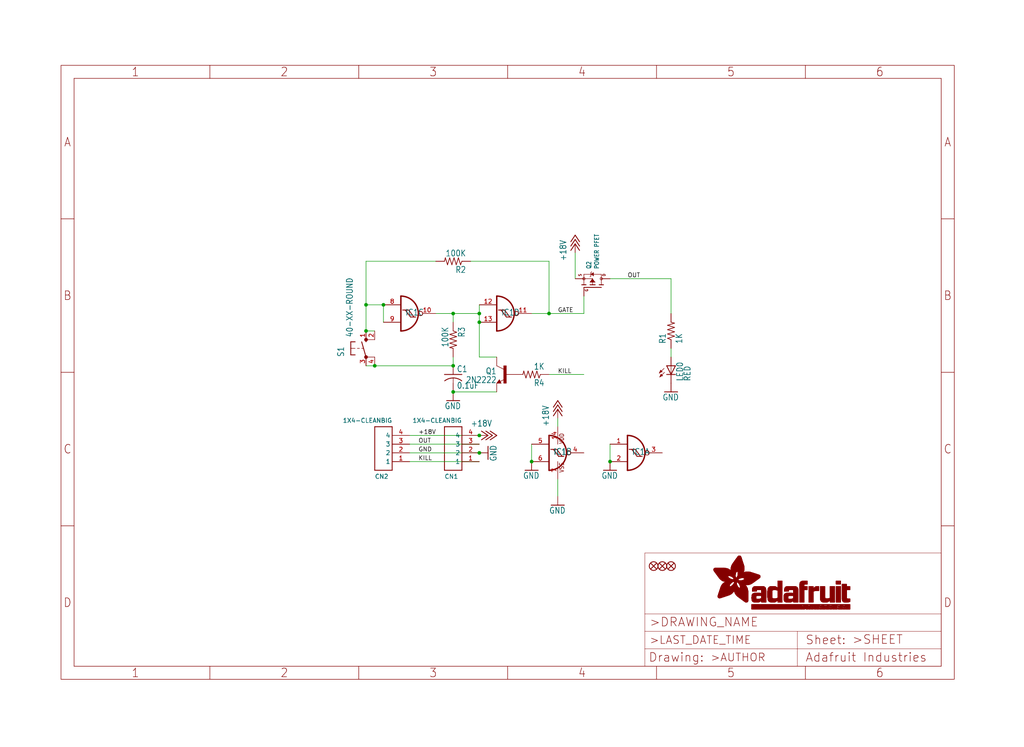
<source format=kicad_sch>
(kicad_sch (version 20211123) (generator eeschema)
  (paper "User" 298.45 217.881)
  (lib_symbols
    (symbol "schematicEagle-eagle-import:+18V" (power)
      (property "Value" "+18V" (at -2.54 -5.08 90))
      (symbol "+18V_1_0"
        (pin power_in line (at 0 -2.54 90) (length 2.54) (name "+18V") (number "1"))
      )
    )
    (symbol "schematicEagle-eagle-import:-NPN-SOT23-BEC"
      (property "Reference" "T" (at -10.16 7.62 0))
      (property "Value" "-NPN-SOT23-BEC" (at -10.16 5.08 0))
      (symbol "-NPN-SOT23-BEC_1_0"
        (pin passive line (at -2.54 0 0) (length 2.54) (name "B") (number "B"))
        (pin passive line (at 2.54 5.08 270) (length 2.54) (name "C") (number "C"))
        (pin passive line (at 2.54 -5.08 90) (length 2.54) (name "E") (number "E"))
      )
    )
    (symbol "schematicEagle-eagle-import:1X4-CLEANBIG"
      (property "Reference" "CN" (at 5.08 7.62 0))
      (property "Value" "1X4-CLEANBIG" (at 0 -10.16 0))
      (symbol "1X4-CLEANBIG_1_0"
        (pin bidirectional line (at -5.08 2.54 0) (length 5.08) (name "1") (number "1"))
        (pin bidirectional line (at -5.08 0 0) (length 5.08) (name "2") (number "2"))
        (pin bidirectional line (at -5.08 -2.54 0) (length 5.08) (name "3") (number "3"))
        (pin bidirectional line (at -5.08 -5.08 0) (length 5.08) (name "4") (number "4"))
      )
    )
    (symbol "schematicEagle-eagle-import:40-XX-ROUND"
      (property "Reference" "S" (at -6.35 -2.54 90))
      (property "Value" "40-XX-ROUND" (at -3.81 3.175 90))
      (symbol "40-XX-ROUND_1_0"
        (pin passive line (at 0 5.08 270) (length 2.54) (name "S") (number "1"))
        (pin passive line (at 2.54 5.08 270) (length 2.54) (name "S1") (number "2"))
        (pin passive line (at 0 -5.08 90) (length 2.54) (name "P") (number "3"))
        (pin passive line (at 2.54 -5.08 90) (length 2.54) (name "P1") (number "4"))
      )
    )
    (symbol "schematicEagle-eagle-import:4093DT"
      (property "Reference" "IC" (at -1.27 -0.635 0))
      (symbol "4093DT_1_0"
        (pin input line (at -7.62 2.54 0) (length 5.08) (name "I0") (number "1"))
        (pin input line (at -7.62 -2.54 0) (length 5.08) (name "I1") (number "2"))
        (pin output inverted (at 7.62 0 180) (length 5.08) (name "O") (number "3"))
      )
      (symbol "4093DT_2_0"
        (pin output inverted (at 7.62 0 180) (length 5.08) (name "O") (number "4"))
        (pin input line (at -7.62 2.54 0) (length 5.08) (name "I0") (number "5"))
        (pin input line (at -7.62 -2.54 0) (length 5.08) (name "I1") (number "6"))
      )
      (symbol "4093DT_3_0"
        (pin output inverted (at 7.62 0 180) (length 5.08) (name "O") (number "10"))
        (pin input line (at -7.62 2.54 0) (length 5.08) (name "I0") (number "8"))
        (pin input line (at -7.62 -2.54 0) (length 5.08) (name "I1") (number "9"))
      )
      (symbol "4093DT_4_0"
        (pin output inverted (at 7.62 0 180) (length 5.08) (name "O") (number "11"))
        (pin input line (at -7.62 2.54 0) (length 5.08) (name "I0") (number "12"))
        (pin input line (at -7.62 -2.54 0) (length 5.08) (name "I1") (number "13"))
      )
      (symbol "4093DT_5_0"
        (text "VDD" (at 1.905 2.54 900) (effects (font (size 1.27 1.0795)) (justify left bottom)))
        (text "VSS" (at 1.905 -5.842 900) (effects (font (size 1.27 1.0795)) (justify left bottom)))
        (pin power_in line (at 0 7.62 270) (length 5.08) (name "VDD") (number "14"))
        (pin power_in line (at 0 -7.62 90) (length 5.08) (name "VSS") (number "7"))
      )
    )
    (symbol "schematicEagle-eagle-import:C-USC0805"
      (property "Reference" "C" (at 1.016 0.635 0))
      (property "Value" "C-USC0805" (at 1.016 -4.191 0))
      (symbol "C-USC0805_1_0"
        (pin passive line (at 0 2.54 270) (length 2.54) (name "1") (number "1"))
        (pin passive line (at 0 -5.08 90) (length 2.54) (name "2") (number "2"))
      )
    )
    (symbol "schematicEagle-eagle-import:FIDUCIAL{dblquote}{dblquote}")
    (symbol "schematicEagle-eagle-import:FRAME_A4_ADAFRUIT"
      (symbol "FRAME_A4_ADAFRUIT_0_0"
        (text "1" (at 21.6958 1.905 0) (effects (font (size 2.54 2.286))))
        (text "1" (at 21.6958 177.165 0) (effects (font (size 2.54 2.286))))
        (text "2" (at 65.0875 1.905 0) (effects (font (size 2.54 2.286))))
        (text "2" (at 65.0875 177.165 0) (effects (font (size 2.54 2.286))))
        (text "3" (at 108.4792 1.905 0) (effects (font (size 2.54 2.286))))
        (text "3" (at 108.4792 177.165 0) (effects (font (size 2.54 2.286))))
        (text "4" (at 151.8708 1.905 0) (effects (font (size 2.54 2.286))))
        (text "4" (at 151.8708 177.165 0) (effects (font (size 2.54 2.286))))
        (text "5" (at 195.2625 1.905 0) (effects (font (size 2.54 2.286))))
        (text "5" (at 195.2625 177.165 0) (effects (font (size 2.54 2.286))))
        (text "6" (at 238.6542 1.905 0) (effects (font (size 2.54 2.286))))
        (text "6" (at 238.6542 177.165 0) (effects (font (size 2.54 2.286))))
        (text "A" (at 1.905 156.6863 0) (effects (font (size 2.54 2.286))))
        (text "A" (at 258.445 156.6863 0) (effects (font (size 2.54 2.286))))
        (text "B" (at 1.905 111.9188 0) (effects (font (size 2.54 2.286))))
        (text "B" (at 258.445 111.9188 0) (effects (font (size 2.54 2.286))))
        (text "C" (at 1.905 67.1513 0) (effects (font (size 2.54 2.286))))
        (text "C" (at 258.445 67.1513 0) (effects (font (size 2.54 2.286))))
        (text "D" (at 1.905 22.3838 0) (effects (font (size 2.54 2.286))))
        (text "D" (at 258.445 22.3838 0) (effects (font (size 2.54 2.286))))
      )
      (symbol "FRAME_A4_ADAFRUIT_1_0"
        (text ">AUTHOR" (at 189.23 5.08 0) (effects (font (size 2.286 2.286)) (justify left bottom)))
        (text ">DRAWING_NAME" (at 171.45 15.24 0) (effects (font (size 2.54 2.54)) (justify left bottom)))
        (text ">LAST_DATE_TIME" (at 171.45 10.16 0) (effects (font (size 2.286 2.286)) (justify left bottom)))
        (text ">SHEET" (at 230.505 10.16 0) (effects (font (size 2.54 2.54)) (justify left bottom)))
        (text "Adafruit Industries" (at 216.916 4.953 0) (effects (font (size 2.54 2.54)) (justify left bottom)))
        (text "Drawing:" (at 171.196 4.953 0) (effects (font (size 2.54 2.54)) (justify left bottom)))
        (text "Sheet:" (at 216.916 10.033 0) (effects (font (size 2.54 2.54)) (justify left bottom)))
      )
    )
    (symbol "schematicEagle-eagle-import:GND" (power)
      (property "Value" "GND" (at -2.54 -2.54 0))
      (symbol "GND_1_0"
        (pin power_in line (at 0 2.54 270) (length 2.54) (name "GND") (number "1"))
      )
    )
    (symbol "schematicEagle-eagle-import:LEDCHIP-LED0805"
      (property "Reference" "LED" (at 3.556 -4.572 90))
      (property "Value" "LEDCHIP-LED0805" (at 5.715 -4.572 90))
      (symbol "LEDCHIP-LED0805_1_0"
        (pin passive line (at 0 2.54 270) (length 2.54) (name "A") (number "A"))
        (pin passive line (at 0 -5.08 90) (length 2.54) (name "C") (number "C"))
      )
    )
    (symbol "schematicEagle-eagle-import:MOSFET-PWIDE"
      (property "Reference" "Q" (at 2.794 0.381 0))
      (property "Value" "MOSFET-PWIDE" (at 2.794 -1.905 0))
      (symbol "MOSFET-PWIDE_1_0"
        (text "D" (at 0.635 -3.81 0) (effects (font (size 0.8128 0.6908)) (justify left bottom)))
        (text "G" (at -3.81 1.27 0) (effects (font (size 0.8128 0.6908)) (justify left bottom)))
        (text "S" (at 0.635 3.175 0) (effects (font (size 0.8128 0.6908)) (justify left bottom)))
        (pin passive line (at -5.08 2.54 0) (length 2.54) (name "G") (number "1"))
        (pin passive line (at 0 5.08 270) (length 2.54) (name "S") (number "2"))
        (pin passive line (at 0 -5.08 90) (length 2.54) (name "D") (number "3"))
      )
    )
    (symbol "schematicEagle-eagle-import:R-US_R0805"
      (property "Reference" "R" (at -3.81 1.4986 0))
      (property "Value" "R-US_R0805" (at -3.81 -3.302 0))
      (symbol "R-US_R0805_1_0"
        (pin passive line (at -5.08 0 0) (length 2.54) (name "1") (number "1"))
        (pin passive line (at 5.08 0 180) (length 2.54) (name "2") (number "2"))
      )
    )
  )
  (junction (at 111.76 88.9))
  (junction (at 139.7 91.44))
  (junction (at 160.02 91.44))
  (junction (at 132.08 114.3))
  (junction (at 109.22 106.68))
  (junction (at 177.8 134.62))
  (junction (at 139.7 132.08))
  (junction (at 132.08 91.44))
  (junction (at 132.08 106.68))
  (junction (at 106.68 96.52))
  (junction (at 154.94 134.62))
  (junction (at 139.7 127))
  (junction (at 106.68 88.9))
  (junction (at 139.7 93.98))
  (wire (pts (xy 119.38 134.62) (xy 139.7 134.62)))
  (wire (pts (xy 170.18 91.44) (xy 170.18 86.36)))
  (wire (pts (xy 160.02 91.44) (xy 170.18 91.44)))
  (wire (pts (xy 154.94 134.62) (xy 154.94 129.54)))
  (wire (pts (xy 132.08 91.44) (xy 132.08 93.98)))
  (wire (pts (xy 139.7 91.44) (xy 139.7 88.9)))
  (wire (pts (xy 195.58 81.28) (xy 195.58 91.44)))
  (wire (pts (xy 119.38 129.54) (xy 139.7 129.54)))
  (wire (pts (xy 162.56 139.7) (xy 162.56 144.78)))
  (wire (pts (xy 106.68 76.2) (xy 127 76.2)))
  (wire (pts (xy 162.56 124.46) (xy 162.56 121.92)))
  (wire (pts (xy 111.76 88.9) (xy 106.68 88.9)))
  (wire (pts (xy 154.94 91.44) (xy 160.02 91.44)))
  (wire (pts (xy 119.38 127) (xy 139.7 127)))
  (wire (pts (xy 177.8 81.28) (xy 195.58 81.28)))
  (wire (pts (xy 111.76 88.9) (xy 111.76 93.98)))
  (wire (pts (xy 106.68 106.68) (xy 109.22 106.68)))
  (wire (pts (xy 132.08 91.44) (xy 139.7 91.44)))
  (wire (pts (xy 106.68 96.52) (xy 109.22 96.52)))
  (wire (pts (xy 127 91.44) (xy 132.08 91.44)))
  (wire (pts (xy 109.22 106.68) (xy 132.08 106.68)))
  (wire (pts (xy 139.7 104.14) (xy 139.7 93.98)))
  (wire (pts (xy 119.38 132.08) (xy 139.7 132.08)))
  (wire (pts (xy 195.58 104.14) (xy 195.58 101.6)))
  (wire (pts (xy 137.16 76.2) (xy 160.02 76.2)))
  (wire (pts (xy 132.08 114.3) (xy 144.78 114.3)))
  (wire (pts (xy 160.02 76.2) (xy 160.02 91.44)))
  (wire (pts (xy 106.68 88.9) (xy 106.68 76.2)))
  (wire (pts (xy 160.02 109.22) (xy 170.18 109.22)))
  (wire (pts (xy 177.8 129.54) (xy 177.8 134.62)))
  (wire (pts (xy 139.7 93.98) (xy 139.7 91.44)))
  (wire (pts (xy 132.08 106.68) (xy 132.08 104.14)))
  (wire (pts (xy 106.68 96.52) (xy 106.68 88.9)))
  (wire (pts (xy 167.64 73.66) (xy 167.64 81.28)))
  (wire (pts (xy 144.78 104.14) (xy 139.7 104.14)))
  (label "KILL" (at 121.92 134.62 0) (effects (font (size 1.2446 1.2446))))
  (label "OUT" (at 121.92 129.54 0) (effects (font (size 1.2446 1.2446))))
  (label "GATE" (at 162.56 91.44 0) (effects (font (size 1.2446 1.2446))))
  (label "OUT" (at 182.88 81.28 0) (effects (font (size 1.2446 1.2446))))
  (label "KILL" (at 162.56 109.22 0) (effects (font (size 1.2446 1.2446))))
  (label "GND" (at 121.92 132.08 0) (effects (font (size 1.2446 1.2446))))
  (label "+18V" (at 121.92 127 0) (effects (font (size 1.2446 1.2446))))
  (symbol (lib_id "schematicEagle-eagle-import:4093DT") (at 162.56 132.08 0) (unit 5)
    (property "Reference" "IC1" (at 161.29 132.715 0) (effects (font (size 1.778 1.5113)) (justify left bottom)))
    (property "Value" "4093DT" (effects hide))
    (property "Footprint" "schematicEagle:MC14093B-TSSOP14" (effects hide))
  )
  (symbol (lib_id "schematicEagle-eagle-import:GND") (at 177.8 137.16 0) (unit 1)
    (property "Reference" "#GND6" (effects hide))
    (property "Value" "GND" (at 175.26 139.7 0) (effects (font (size 1.778 1.5113)) (justify left bottom)))
    (property "Footprint" "schematicEagle:" (effects hide))
  )
  (symbol (lib_id "schematicEagle-eagle-import:-NPN-SOT23-BEC") (at 147.32 109.22 0) (mirror y) (unit 1)
    (property "Reference" "Q1" (at 144.78 109.22 0) (effects (font (size 1.778 1.5113)) (justify left bottom)))
    (property "Value" "2N2222" (at 144.78 111.76 0) (effects (font (size 1.778 1.5113)) (justify left bottom)))
    (property "Footprint" "schematicEagle:SOT23-BEC" (effects hide))
  )
  (symbol (lib_id "schematicEagle-eagle-import:FRAME_A4_ADAFRUIT") (at 17.78 198.12 0) (unit 1)
    (property "Reference" "#U$3" (effects hide))
    (property "Value" "FRAME_A4_ADAFRUIT" (effects hide))
    (property "Footprint" "schematicEagle:" (effects hide))
  )
  (symbol (lib_id "schematicEagle-eagle-import:C-USC0805") (at 132.08 109.22 0) (unit 1)
    (property "Reference" "C1" (at 133.096 108.585 0) (effects (font (size 1.778 1.5113)) (justify left bottom)))
    (property "Value" "0.1uF" (at 133.096 113.411 0) (effects (font (size 1.778 1.5113)) (justify left bottom)))
    (property "Footprint" "schematicEagle:C0805" (effects hide))
  )
  (symbol (lib_id "schematicEagle-eagle-import:40-XX-ROUND") (at 106.68 101.6 0) (unit 1)
    (property "Reference" "S1" (at 100.33 104.14 90) (effects (font (size 1.778 1.5113)) (justify left bottom)))
    (property "Value" "40-XX-ROUND" (at 102.87 98.425 90) (effects (font (size 1.778 1.5113)) (justify left bottom)))
    (property "Footprint" "schematicEagle:B3F-40XX-ROUND" (effects hide))
  )
  (symbol (lib_id "schematicEagle-eagle-import:GND") (at 132.08 116.84 0) (unit 1)
    (property "Reference" "#GND2" (effects hide))
    (property "Value" "GND" (at 129.54 119.38 0) (effects (font (size 1.778 1.5113)) (justify left bottom)))
    (property "Footprint" "schematicEagle:" (effects hide))
  )
  (symbol (lib_id "schematicEagle-eagle-import:4093DT") (at 162.56 132.08 0) (unit 2)
    (property "Reference" "IC1" (at 161.29 132.715 0) (effects (font (size 1.778 1.5113)) (justify left bottom)))
    (property "Value" "4093DT" (effects hide))
    (property "Footprint" "schematicEagle:MC14093B-TSSOP14" (effects hide))
  )
  (symbol (lib_id "schematicEagle-eagle-import:R-US_R0805") (at 132.08 99.06 270) (unit 1)
    (property "Reference" "R3" (at 133.5786 95.25 0) (effects (font (size 1.778 1.5113)) (justify left bottom)))
    (property "Value" "100K" (at 128.778 95.25 0) (effects (font (size 1.778 1.5113)) (justify left bottom)))
    (property "Footprint" "schematicEagle:R0805" (effects hide))
  )
  (symbol (lib_id "schematicEagle-eagle-import:R-US_R0805") (at 195.58 96.52 90) (unit 1)
    (property "Reference" "R1" (at 194.0814 100.33 0) (effects (font (size 1.778 1.5113)) (justify left bottom)))
    (property "Value" "1K" (at 198.882 100.33 0) (effects (font (size 1.778 1.5113)) (justify left bottom)))
    (property "Footprint" "schematicEagle:R0805" (effects hide))
  )
  (symbol (lib_id "schematicEagle-eagle-import:GND") (at 142.24 132.08 90) (unit 1)
    (property "Reference" "#GND5" (effects hide))
    (property "Value" "GND" (at 144.78 134.62 0) (effects (font (size 1.778 1.5113)) (justify left bottom)))
    (property "Footprint" "schematicEagle:" (effects hide))
  )
  (symbol (lib_id "schematicEagle-eagle-import:R-US_R0805") (at 154.94 109.22 180) (unit 1)
    (property "Reference" "R4" (at 158.75 110.7186 0) (effects (font (size 1.778 1.5113)) (justify left bottom)))
    (property "Value" "1K" (at 158.75 105.918 0) (effects (font (size 1.778 1.5113)) (justify left bottom)))
    (property "Footprint" "schematicEagle:R0805" (effects hide))
  )
  (symbol (lib_id "schematicEagle-eagle-import:R-US_R0805") (at 132.08 76.2 180) (unit 1)
    (property "Reference" "R2" (at 135.89 77.6986 0) (effects (font (size 1.778 1.5113)) (justify left bottom)))
    (property "Value" "100K" (at 135.89 72.898 0) (effects (font (size 1.778 1.5113)) (justify left bottom)))
    (property "Footprint" "schematicEagle:R0805" (effects hide))
  )
  (symbol (lib_id "schematicEagle-eagle-import:GND") (at 195.58 114.3 0) (unit 1)
    (property "Reference" "#GND3" (effects hide))
    (property "Value" "GND" (at 193.04 116.84 0) (effects (font (size 1.778 1.5113)) (justify left bottom)))
    (property "Footprint" "schematicEagle:" (effects hide))
  )
  (symbol (lib_id "schematicEagle-eagle-import:+18V") (at 167.64 71.12 0) (unit 1)
    (property "Reference" "#P+2" (effects hide))
    (property "Value" "+18V" (at 165.1 76.2 90) (effects (font (size 1.778 1.5113)) (justify left bottom)))
    (property "Footprint" "schematicEagle:" (effects hide))
  )
  (symbol (lib_id "schematicEagle-eagle-import:FIDUCIAL{dblquote}{dblquote}") (at 195.58 165.1 0) (unit 1)
    (property "Reference" "FID3" (effects hide))
    (property "Value" "FIDUCIAL{dblquote}{dblquote}" (effects hide))
    (property "Footprint" "schematicEagle:FIDUCIAL_1MM" (effects hide))
  )
  (symbol (lib_id "schematicEagle-eagle-import:FIDUCIAL{dblquote}{dblquote}") (at 193.04 165.1 0) (unit 1)
    (property "Reference" "FID2" (effects hide))
    (property "Value" "FIDUCIAL{dblquote}{dblquote}" (effects hide))
    (property "Footprint" "schematicEagle:FIDUCIAL_1MM" (effects hide))
  )
  (symbol (lib_id "schematicEagle-eagle-import:GND") (at 162.56 147.32 0) (unit 1)
    (property "Reference" "#GND1" (effects hide))
    (property "Value" "GND" (at 160.02 149.86 0) (effects (font (size 1.778 1.5113)) (justify left bottom)))
    (property "Footprint" "schematicEagle:" (effects hide))
  )
  (symbol (lib_id "schematicEagle-eagle-import:4093DT") (at 119.38 91.44 0) (unit 3)
    (property "Reference" "IC1" (at 118.11 92.075 0) (effects (font (size 1.778 1.5113)) (justify left bottom)))
    (property "Value" "4093DT" (effects hide))
    (property "Footprint" "schematicEagle:MC14093B-TSSOP14" (effects hide))
  )
  (symbol (lib_id "schematicEagle-eagle-import:1X4-CLEANBIG") (at 114.3 132.08 180) (unit 1)
    (property "Reference" "CN2" (at 109.22 139.7 0) (effects (justify right top)))
    (property "Value" "1X4-CLEANBIG" (at 114.3 121.92 0) (effects (justify left bottom)))
    (property "Footprint" "schematicEagle:1X04-CLEANBIG" (effects hide))
  )
  (symbol (lib_id "schematicEagle-eagle-import:MOSFET-PWIDE") (at 172.72 81.28 90) (unit 1)
    (property "Reference" "Q2" (at 172.339 78.486 0) (effects (font (size 1.27 1.0795)) (justify left bottom)))
    (property "Value" "POWER PFET" (at 174.625 78.486 0) (effects (font (size 1.27 1.0795)) (justify left bottom)))
    (property "Footprint" "schematicEagle:SOT23-WIDE" (effects hide))
  )
  (symbol (lib_id "schematicEagle-eagle-import:4093DT") (at 185.42 132.08 0) (unit 1)
    (property "Reference" "IC1" (at 184.15 132.715 0) (effects (font (size 1.778 1.5113)) (justify left bottom)))
    (property "Value" "4093DT" (effects hide))
    (property "Footprint" "schematicEagle:MC14093B-TSSOP14" (effects hide))
  )
  (symbol (lib_id "schematicEagle-eagle-import:+18V") (at 162.56 119.38 0) (unit 1)
    (property "Reference" "#P+1" (effects hide))
    (property "Value" "+18V" (at 160.02 124.46 90) (effects (font (size 1.778 1.5113)) (justify left bottom)))
    (property "Footprint" "schematicEagle:" (effects hide))
  )
  (symbol (lib_id "schematicEagle-eagle-import:LEDCHIP-LED0805") (at 195.58 106.68 0) (unit 1)
    (property "Reference" "LED0" (at 199.136 111.252 90) (effects (font (size 1.778 1.5113)) (justify left bottom)))
    (property "Value" "RED" (at 201.295 111.252 90) (effects (font (size 1.778 1.5113)) (justify left bottom)))
    (property "Footprint" "schematicEagle:CHIP-LED0805" (effects hide))
  )
  (symbol (lib_id "schematicEagle-eagle-import:+18V") (at 142.24 127 270) (unit 1)
    (property "Reference" "#P+3" (effects hide))
    (property "Value" "+18V" (at 137.16 124.46 90) (effects (font (size 1.778 1.5113)) (justify left bottom)))
    (property "Footprint" "schematicEagle:" (effects hide))
  )
  (symbol (lib_id "schematicEagle-eagle-import:FIDUCIAL{dblquote}{dblquote}") (at 190.5 165.1 0) (unit 1)
    (property "Reference" "FID1" (effects hide))
    (property "Value" "FIDUCIAL{dblquote}{dblquote}" (effects hide))
    (property "Footprint" "schematicEagle:FIDUCIAL_1MM" (effects hide))
  )
  (symbol (lib_id "schematicEagle-eagle-import:4093DT") (at 147.32 91.44 0) (unit 4)
    (property "Reference" "IC1" (at 146.05 92.075 0) (effects (font (size 1.778 1.5113)) (justify left bottom)))
    (property "Value" "4093DT" (effects hide))
    (property "Footprint" "schematicEagle:MC14093B-TSSOP14" (effects hide))
  )
  (symbol (lib_id "schematicEagle-eagle-import:GND") (at 154.94 137.16 0) (unit 1)
    (property "Reference" "#GND4" (effects hide))
    (property "Value" "GND" (at 152.4 139.7 0) (effects (font (size 1.778 1.5113)) (justify left bottom)))
    (property "Footprint" "schematicEagle:" (effects hide))
  )
  (symbol (lib_id "schematicEagle-eagle-import:1X4-CLEANBIG") (at 134.62 132.08 180) (unit 1)
    (property "Reference" "CN1" (at 129.54 139.7 0) (effects (justify right top)))
    (property "Value" "1X4-CLEANBIG" (at 134.62 121.92 0) (effects (justify left bottom)))
    (property "Footprint" "schematicEagle:1X04-CLEANBIG" (effects hide))
  )
)
</source>
